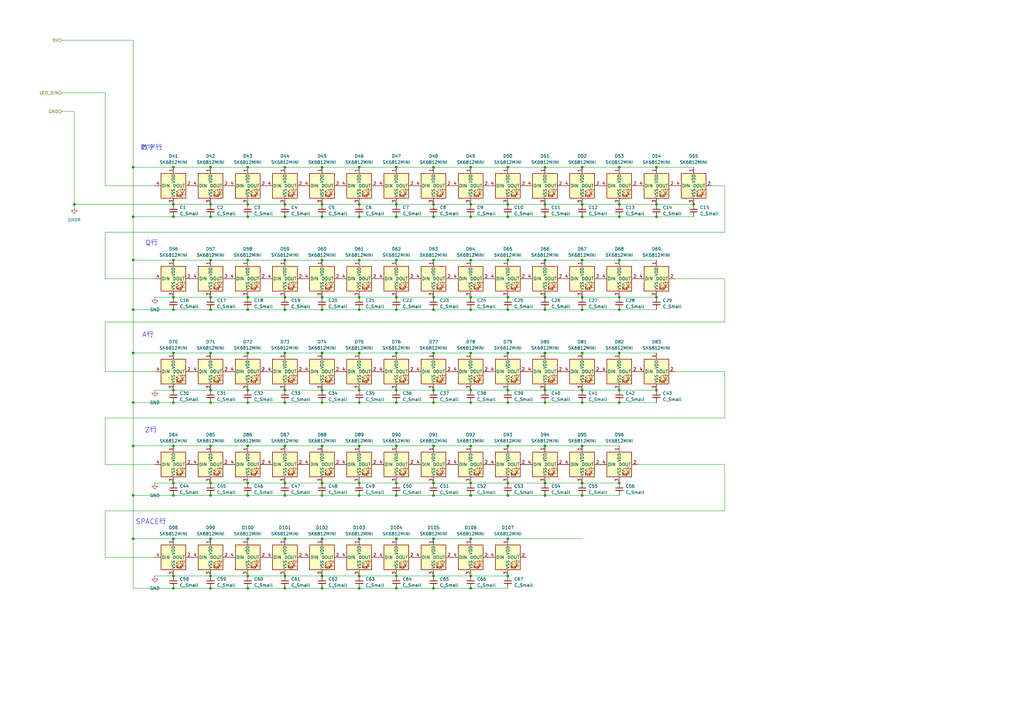
<source format=kicad_sch>
(kicad_sch (version 20250114) (generator "eeschema") (generator_version "9.0")
  (paper "A3")
  (lib_symbols
    (symbol "Device:C_Small" (pin_numbers (hide yes)) (pin_names (offset 0.254) (hide yes))
      (property "Reference" "C" (at 0.254 1.778 0))
      (property "Value" "C_Small" (at 0.254 -2.032 0))
      (symbol "C_Small_1_1"
        (pin passive line (at 0 2.54 270) (length 2.032) (name "~") (number "1"))
        (pin passive line (at 0 -2.54 90) (length 2.032) (name "~") (number "2"))
      )
    )
    (symbol "HF:SK6812mini-e" (pin_names (offset 0.254))
      (property "Reference" "D" (at 5.08 5.715 0))
      (property "Value" "SK6812mini-e" (at 1.27 -5.715 0))
      (symbol "SK6812mini-e_0_0"
        (text "RGB" (at 2.286 -4.191 0) (effects (font (size 0.762 0.762))))
      )
      (symbol "SK6812mini-e_1_1"
        (pin input line (at -7.62 0 0) (length 2.54) (name "DIN") (number "4"))
        (pin power_in line (at 0 7.62 270) (length 2.54) (name "VDD") (number "1"))
        (pin power_in line (at 0 -7.62 90) (length 2.54) (name "VSS") (number "3"))
        (pin output line (at 7.62 0 180) (length 2.54) (name "DOUT") (number "2"))
      )
    )
    (symbol "kbd:GNDR" (power) (pin_names (offset 0))
      (property "Value" "GNDR" (at 0 -3.81 0))
      (symbol "GNDR_1_1"
        (pin power_in line (at 0 0 270) (length 0) (hide yes) (name "GNDR") (number "1"))
      )
    )
    (symbol "power:GND" (power) (pin_numbers (hide yes)) (pin_names (offset 0) (hide yes))
      (property "Value" "GND" (at 0 -3.81 0))
      (symbol "GND_1_1"
        (pin power_in line (at 0 0 270) (length 0) (name "~") (number "1"))
      )
    )
  )
  (text "数字行" (at 62.23 60.706 0) (effects (font (size 2.032 2.032))))
  (text "Q行" (at 62.23 99.822 0) (effects (font (size 2.032 2.032))))
  (text "A行" (at 60.706 137.414 0) (effects (font (size 2.032 2.032))))
  (text "SPACE行" (at 61.976 214.122 0) (effects (font (size 2.032 2.032))))
  (text "Z行" (at 61.976 176.53 0) (effects (font (size 2.032 2.032))))
  (junction (at 238.76 203.2))
  (junction (at 101.6 198.12))
  (junction (at 177.8 198.12))
  (junction (at 132.08 236.22))
  (junction (at 132.08 165.1))
  (junction (at 162.56 241.3))
  (junction (at 71.12 236.22))
  (junction (at 101.6 68.58))
  (junction (at 269.24 68.58))
  (junction (at 162.56 160.02))
  (junction (at 101.6 83.82))
  (junction (at 147.32 220.98))
  (junction (at 132.08 160.02))
  (junction (at 132.08 198.12))
  (junction (at 54.61 182.88))
  (junction (at 208.28 203.2))
  (junction (at 71.12 165.1))
  (junction (at 147.32 121.92))
  (junction (at 116.84 160.02))
  (junction (at 116.84 203.2))
  (junction (at 116.84 198.12))
  (junction (at 54.61 203.2))
  (junction (at 177.8 83.82))
  (junction (at 238.76 182.88))
  (junction (at 177.8 144.78))
  (junction (at 193.04 121.92))
  (junction (at 193.04 68.58))
  (junction (at 223.52 83.82))
  (junction (at 208.28 236.22))
  (junction (at 208.28 68.58))
  (junction (at 71.12 121.92))
  (junction (at 238.76 88.9))
  (junction (at 162.56 121.92))
  (junction (at 132.08 106.68))
  (junction (at 177.8 220.98))
  (junction (at 116.84 220.98))
  (junction (at 71.12 203.2))
  (junction (at 147.32 182.88))
  (junction (at 116.84 88.9))
  (junction (at 147.32 68.58))
  (junction (at 101.6 241.3))
  (junction (at 116.84 106.68))
  (junction (at 162.56 236.22))
  (junction (at 193.04 88.9))
  (junction (at 101.6 165.1))
  (junction (at 254 144.78))
  (junction (at 86.36 83.82))
  (junction (at 177.8 236.22))
  (junction (at 193.04 241.3))
  (junction (at 238.76 121.92))
  (junction (at 177.8 106.68))
  (junction (at 132.08 68.58))
  (junction (at 238.76 160.02))
  (junction (at 177.8 88.9))
  (junction (at 208.28 106.68))
  (junction (at 101.6 127))
  (junction (at 54.61 220.98))
  (junction (at 254 127))
  (junction (at 177.8 121.92))
  (junction (at 116.84 127))
  (junction (at 254 68.58))
  (junction (at 147.32 127))
  (junction (at 54.61 144.78))
  (junction (at 223.52 88.9))
  (junction (at 223.52 160.02))
  (junction (at 147.32 88.9))
  (junction (at 71.12 220.98))
  (junction (at 116.84 144.78))
  (junction (at 101.6 182.88))
  (junction (at 223.52 144.78))
  (junction (at 30.48 83.82))
  (junction (at 54.61 68.58))
  (junction (at 193.04 127))
  (junction (at 238.76 106.68))
  (junction (at 132.08 144.78))
  (junction (at 132.08 121.92))
  (junction (at 177.8 127))
  (junction (at 101.6 106.68))
  (junction (at 86.36 241.3))
  (junction (at 254 106.68))
  (junction (at 162.56 68.58))
  (junction (at 132.08 203.2))
  (junction (at 223.52 198.12))
  (junction (at 177.8 160.02))
  (junction (at 101.6 220.98))
  (junction (at 54.61 88.9))
  (junction (at 162.56 198.12))
  (junction (at 162.56 88.9))
  (junction (at 116.84 165.1))
  (junction (at 116.84 241.3))
  (junction (at 71.12 106.68))
  (junction (at 223.52 127))
  (junction (at 162.56 144.78))
  (junction (at 132.08 182.88))
  (junction (at 223.52 121.92))
  (junction (at 86.36 203.2))
  (junction (at 101.6 203.2))
  (junction (at 101.6 121.92))
  (junction (at 147.32 203.2))
  (junction (at 86.36 106.68))
  (junction (at 71.12 127))
  (junction (at 193.04 83.82))
  (junction (at 193.04 165.1))
  (junction (at 147.32 198.12))
  (junction (at 238.76 144.78))
  (junction (at 71.12 160.02))
  (junction (at 269.24 121.92))
  (junction (at 238.76 198.12))
  (junction (at 71.12 83.82))
  (junction (at 269.24 88.9))
  (junction (at 193.04 236.22))
  (junction (at 147.32 144.78))
  (junction (at 223.52 106.68))
  (junction (at 86.36 160.02))
  (junction (at 132.08 241.3))
  (junction (at 177.8 182.88))
  (junction (at 254 198.12))
  (junction (at 162.56 165.1))
  (junction (at 269.24 160.02))
  (junction (at 132.08 83.82))
  (junction (at 238.76 83.82))
  (junction (at 116.84 121.92))
  (junction (at 238.76 127))
  (junction (at 162.56 182.88))
  (junction (at 193.04 160.02))
  (junction (at 254 160.02))
  (junction (at 116.84 83.82))
  (junction (at 177.8 165.1))
  (junction (at 71.12 198.12))
  (junction (at 101.6 88.9))
  (junction (at 86.36 127))
  (junction (at 132.08 88.9))
  (junction (at 162.56 220.98))
  (junction (at 162.56 127))
  (junction (at 116.84 236.22))
  (junction (at 193.04 182.88))
  (junction (at 147.32 165.1))
  (junction (at 269.24 83.82))
  (junction (at 86.36 144.78))
  (junction (at 223.52 68.58))
  (junction (at 162.56 203.2))
  (junction (at 147.32 236.22))
  (junction (at 86.36 220.98))
  (junction (at 101.6 236.22))
  (junction (at 254 165.1))
  (junction (at 193.04 106.68))
  (junction (at 71.12 241.3))
  (junction (at 284.48 83.82))
  (junction (at 71.12 88.9))
  (junction (at 147.32 106.68))
  (junction (at 86.36 198.12))
  (junction (at 208.28 88.9))
  (junction (at 254 88.9))
  (junction (at 177.8 241.3))
  (junction (at 193.04 144.78))
  (junction (at 86.36 88.9))
  (junction (at 116.84 182.88))
  (junction (at 223.52 182.88))
  (junction (at 193.04 203.2))
  (junction (at 54.61 165.1))
  (junction (at 132.08 127))
  (junction (at 162.56 83.82))
  (junction (at 71.12 144.78))
  (junction (at 208.28 198.12))
  (junction (at 223.52 165.1))
  (junction (at 193.04 220.98))
  (junction (at 86.36 236.22))
  (junction (at 101.6 144.78))
  (junction (at 177.8 203.2))
  (junction (at 177.8 68.58))
  (junction (at 162.56 106.68))
  (junction (at 238.76 165.1))
  (junction (at 208.28 127))
  (junction (at 147.32 241.3))
  (junction (at 147.32 83.82))
  (junction (at 208.28 160.02))
  (junction (at 193.04 198.12))
  (junction (at 208.28 144.78))
  (junction (at 223.52 203.2))
  (junction (at 86.36 182.88))
  (junction (at 208.28 165.1))
  (junction (at 54.61 127))
  (junction (at 208.28 220.98))
  (junction (at 86.36 121.92))
  (junction (at 208.28 121.92))
  (junction (at 147.32 160.02))
  (junction (at 71.12 182.88))
  (junction (at 254 121.92))
  (junction (at 116.84 68.58))
  (junction (at 254 83.82))
  (junction (at 86.36 165.1))
  (junction (at 208.28 182.88))
  (junction (at 54.61 106.68))
  (junction (at 238.76 68.58))
  (junction (at 101.6 160.02))
  (junction (at 208.28 83.82))
  (junction (at 132.08 220.98))
  (junction (at 71.12 68.58))
  (junction (at 86.36 68.58))
  (wire (pts (xy 101.6 127) (xy 116.84 127)))
  (wire (pts (xy 177.8 203.2) (xy 193.04 203.2)))
  (wire (pts (xy 63.5 152.4) (xy 43.18 152.4)))
  (wire (pts (xy 101.6 88.9) (xy 116.84 88.9)))
  (wire (pts (xy 43.18 114.3) (xy 63.5 114.3)))
  (wire (pts (xy 101.6 182.88) (xy 116.84 182.88)))
  (wire (pts (xy 254 106.68) (xy 269.24 106.68)))
  (wire (pts (xy 132.08 121.92) (xy 147.32 121.92)))
  (wire (pts (xy 71.12 198.12) (xy 86.36 198.12)))
  (wire (pts (xy 297.18 132.08) (xy 297.18 114.3)))
  (wire (pts (xy 116.84 220.98) (xy 132.08 220.98)))
  (wire (pts (xy 132.08 88.9) (xy 147.32 88.9)))
  (wire (pts (xy 208.28 106.68) (xy 223.52 106.68)))
  (wire (pts (xy 193.04 236.22) (xy 208.28 236.22)))
  (wire (pts (xy 147.32 144.78) (xy 162.56 144.78)))
  (wire (pts (xy 177.8 68.58) (xy 193.04 68.58)))
  (wire (pts (xy 101.6 83.82) (xy 116.84 83.82)))
  (wire (pts (xy 54.61 165.1) (xy 54.61 144.78)))
  (wire (pts (xy 147.32 198.12) (xy 162.56 198.12)))
  (wire (pts (xy 71.12 241.3) (xy 86.36 241.3)))
  (wire (pts (xy 54.61 127) (xy 71.12 127)))
  (wire (pts (xy 86.36 236.22) (xy 101.6 236.22)))
  (wire (pts (xy 269.24 68.58) (xy 284.48 68.58)))
  (wire (pts (xy 71.12 144.78) (xy 86.36 144.78)))
  (wire (pts (xy 116.84 106.68) (xy 132.08 106.68)))
  (wire (pts (xy 208.28 88.9) (xy 223.52 88.9)))
  (wire (pts (xy 116.84 182.88) (xy 132.08 182.88)))
  (wire (pts (xy 116.84 68.58) (xy 132.08 68.58)))
  (wire (pts (xy 162.56 236.22) (xy 177.8 236.22)))
  (wire (pts (xy 147.32 165.1) (xy 162.56 165.1)))
  (wire (pts (xy 116.84 198.12) (xy 132.08 198.12)))
  (wire (pts (xy 193.04 83.82) (xy 208.28 83.82)))
  (wire (pts (xy 86.36 160.02) (xy 101.6 160.02)))
  (wire (pts (xy 193.04 127) (xy 208.28 127)))
  (wire (pts (xy 297.18 152.4) (xy 297.18 171.45)))
  (wire (pts (xy 116.84 121.92) (xy 132.08 121.92)))
  (wire (pts (xy 54.61 144.78) (xy 54.61 127)))
  (wire (pts (xy 71.12 68.58) (xy 86.36 68.58)))
  (wire (pts (xy 116.84 236.22) (xy 132.08 236.22)))
  (wire (pts (xy 43.18 209.55) (xy 43.18 228.6)))
  (wire (pts (xy 193.04 160.02) (xy 208.28 160.02)))
  (wire (pts (xy 223.52 121.92) (xy 238.76 121.92)))
  (wire (pts (xy 147.32 121.92) (xy 162.56 121.92)))
  (wire (pts (xy 43.18 38.1) (xy 43.18 76.2)))
  (wire (pts (xy 101.6 220.98) (xy 116.84 220.98)))
  (wire (pts (xy 71.12 220.98) (xy 86.36 220.98)))
  (wire (pts (xy 193.04 198.12) (xy 208.28 198.12)))
  (wire (pts (xy 147.32 236.22) (xy 162.56 236.22)))
  (wire (pts (xy 54.61 106.68) (xy 54.61 88.9)))
  (wire (pts (xy 238.76 198.12) (xy 254 198.12)))
  (wire (pts (xy 193.04 220.98) (xy 208.28 220.98)))
  (wire (pts (xy 162.56 68.58) (xy 177.8 68.58)))
  (wire (pts (xy 162.56 88.9) (xy 177.8 88.9)))
  (wire (pts (xy 101.6 121.92) (xy 116.84 121.92)))
  (wire (pts (xy 86.36 68.58) (xy 101.6 68.58)))
  (wire (pts (xy 132.08 144.78) (xy 147.32 144.78)))
  (wire (pts (xy 223.52 198.12) (xy 238.76 198.12)))
  (wire (pts (xy 30.48 83.82) (xy 71.12 83.82)))
  (wire (pts (xy 101.6 106.68) (xy 116.84 106.68)))
  (wire (pts (xy 71.12 236.22) (xy 86.36 236.22)))
  (wire (pts (xy 43.18 76.2) (xy 63.5 76.2)))
  (wire (pts (xy 147.32 160.02) (xy 162.56 160.02)))
  (wire (pts (xy 193.04 121.92) (xy 208.28 121.92)))
  (wire (pts (xy 116.84 203.2) (xy 132.08 203.2)))
  (wire (pts (xy 147.32 106.68) (xy 162.56 106.68)))
  (wire (pts (xy 238.76 106.68) (xy 254 106.68)))
  (wire (pts (xy 116.84 160.02) (xy 132.08 160.02)))
  (wire (pts (xy 177.8 198.12) (xy 193.04 198.12)))
  (wire (pts (xy 71.12 127) (xy 86.36 127)))
  (wire (pts (xy 54.61 16.51) (xy 54.61 68.58)))
  (wire (pts (xy 238.76 160.02) (xy 254 160.02)))
  (wire (pts (xy 297.18 76.2) (xy 297.18 95.25)))
  (wire (pts (xy 101.6 144.78) (xy 116.84 144.78)))
  (wire (pts (xy 147.32 241.3) (xy 162.56 241.3)))
  (wire (pts (xy 177.8 88.9) (xy 193.04 88.9)))
  (wire (pts (xy 223.52 160.02) (xy 238.76 160.02)))
  (wire (pts (xy 193.04 165.1) (xy 208.28 165.1)))
  (wire (pts (xy 63.5 121.92) (xy 71.12 121.92)))
  (wire (pts (xy 238.76 127) (xy 254 127)))
  (wire (pts (xy 132.08 198.12) (xy 147.32 198.12)))
  (wire (pts (xy 208.28 83.82) (xy 223.52 83.82)))
  (wire (pts (xy 238.76 83.82) (xy 254 83.82)))
  (wire (pts (xy 54.61 220.98) (xy 54.61 203.2)))
  (wire (pts (xy 86.36 106.68) (xy 101.6 106.68)))
  (wire (pts (xy 86.36 88.9) (xy 101.6 88.9)))
  (wire (pts (xy 43.18 171.45) (xy 43.18 190.5)))
  (wire (pts (xy 223.52 203.2) (xy 238.76 203.2)))
  (wire (pts (xy 86.36 127) (xy 101.6 127)))
  (wire (pts (xy 208.28 127) (xy 223.52 127)))
  (wire (pts (xy 177.8 144.78) (xy 193.04 144.78)))
  (wire (pts (xy 43.18 228.6) (xy 63.5 228.6)))
  (wire (pts (xy 208.28 121.92) (xy 223.52 121.92)))
  (wire (pts (xy 177.8 220.98) (xy 193.04 220.98)))
  (wire (pts (xy 30.48 45.72) (xy 25.4 45.72)))
  (wire (pts (xy 54.61 203.2) (xy 71.12 203.2)))
  (wire (pts (xy 193.04 203.2) (xy 208.28 203.2)))
  (wire (pts (xy 71.12 106.68) (xy 86.36 106.68)))
  (wire (pts (xy 54.61 220.98) (xy 71.12 220.98)))
  (wire (pts (xy 101.6 241.3) (xy 116.84 241.3)))
  (wire (pts (xy 71.12 121.92) (xy 86.36 121.92)))
  (wire (pts (xy 177.8 121.92) (xy 193.04 121.92)))
  (wire (pts (xy 238.76 203.2) (xy 254 203.2)))
  (wire (pts (xy 71.12 160.02) (xy 86.36 160.02)))
  (wire (pts (xy 63.5 236.22) (xy 71.12 236.22)))
  (wire (pts (xy 43.18 95.25) (xy 43.18 114.3)))
  (wire (pts (xy 254 160.02) (xy 269.24 160.02)))
  (wire (pts (xy 86.36 220.98) (xy 101.6 220.98)))
  (wire (pts (xy 147.32 203.2) (xy 162.56 203.2)))
  (wire (pts (xy 238.76 144.78) (xy 254 144.78)))
  (wire (pts (xy 269.24 88.9) (xy 284.48 88.9)))
  (wire (pts (xy 101.6 165.1) (xy 116.84 165.1)))
  (wire (pts (xy 147.32 88.9) (xy 162.56 88.9)))
  (wire (pts (xy 132.08 182.88) (xy 147.32 182.88)))
  (wire (pts (xy 54.61 88.9) (xy 71.12 88.9)))
  (wire (pts (xy 223.52 165.1) (xy 238.76 165.1)))
  (wire (pts (xy 116.84 165.1) (xy 132.08 165.1)))
  (wire (pts (xy 54.61 106.68) (xy 71.12 106.68)))
  (wire (pts (xy 162.56 241.3) (xy 177.8 241.3)))
  (wire (pts (xy 132.08 241.3) (xy 147.32 241.3)))
  (wire (pts (xy 177.8 182.88) (xy 193.04 182.88)))
  (wire (pts (xy 71.12 165.1) (xy 86.36 165.1)))
  (wire (pts (xy 132.08 236.22) (xy 147.32 236.22)))
  (wire (pts (xy 177.8 83.82) (xy 193.04 83.82)))
  (wire (pts (xy 132.08 160.02) (xy 147.32 160.02)))
  (wire (pts (xy 162.56 121.92) (xy 177.8 121.92)))
  (wire (pts (xy 223.52 144.78) (xy 238.76 144.78)))
  (wire (pts (xy 30.48 85.09) (xy 30.48 83.82)))
  (wire (pts (xy 276.86 152.4) (xy 297.18 152.4)))
  (wire (pts (xy 147.32 83.82) (xy 162.56 83.82)))
  (wire (pts (xy 71.12 203.2) (xy 86.36 203.2)))
  (wire (pts (xy 71.12 182.88) (xy 86.36 182.88)))
  (wire (pts (xy 132.08 127) (xy 147.32 127)))
  (wire (pts (xy 223.52 106.68) (xy 238.76 106.68)))
  (wire (pts (xy 162.56 127) (xy 177.8 127)))
  (wire (pts (xy 162.56 83.82) (xy 177.8 83.82)))
  (wire (pts (xy 254 165.1) (xy 269.24 165.1)))
  (wire (pts (xy 254 83.82) (xy 269.24 83.82)))
  (wire (pts (xy 193.04 241.3) (xy 208.28 241.3)))
  (wire (pts (xy 54.61 144.78) (xy 71.12 144.78)))
  (wire (pts (xy 54.61 203.2) (xy 54.61 182.88)))
  (wire (pts (xy 208.28 160.02) (xy 223.52 160.02)))
  (wire (pts (xy 147.32 68.58) (xy 162.56 68.58)))
  (wire (pts (xy 208.28 165.1) (xy 223.52 165.1)))
  (wire (pts (xy 162.56 203.2) (xy 177.8 203.2)))
  (wire (pts (xy 162.56 220.98) (xy 177.8 220.98)))
  (wire (pts (xy 162.56 106.68) (xy 177.8 106.68)))
  (wire (pts (xy 162.56 182.88) (xy 177.8 182.88)))
  (wire (pts (xy 193.04 88.9) (xy 208.28 88.9)))
  (wire (pts (xy 177.8 236.22) (xy 193.04 236.22)))
  (wire (pts (xy 223.52 88.9) (xy 238.76 88.9)))
  (wire (pts (xy 43.18 190.5) (xy 63.5 190.5)))
  (wire (pts (xy 43.18 152.4) (xy 43.18 132.08)))
  (wire (pts (xy 54.61 127) (xy 54.61 106.68)))
  (wire (pts (xy 54.61 68.58) (xy 71.12 68.58)))
  (wire (pts (xy 297.18 171.45) (xy 43.18 171.45)))
  (wire (pts (xy 177.8 160.02) (xy 193.04 160.02)))
  (wire (pts (xy 71.12 241.3) (xy 54.61 241.3)))
  (wire (pts (xy 208.28 203.2) (xy 223.52 203.2)))
  (wire (pts (xy 116.84 144.78) (xy 132.08 144.78)))
  (wire (pts (xy 238.76 182.88) (xy 254 182.88)))
  (wire (pts (xy 147.32 127) (xy 162.56 127)))
  (wire (pts (xy 54.61 182.88) (xy 71.12 182.88)))
  (wire (pts (xy 297.18 95.25) (xy 43.18 95.25)))
  (wire (pts (xy 238.76 68.58) (xy 254 68.58)))
  (wire (pts (xy 162.56 198.12) (xy 177.8 198.12)))
  (wire (pts (xy 208.28 220.98) (xy 238.76 220.98)))
  (wire (pts (xy 132.08 68.58) (xy 147.32 68.58)))
  (wire (pts (xy 101.6 160.02) (xy 116.84 160.02)))
  (wire (pts (xy 116.84 127) (xy 132.08 127)))
  (wire (pts (xy 132.08 83.82) (xy 147.32 83.82)))
  (wire (pts (xy 238.76 88.9) (xy 254 88.9)))
  (wire (pts (xy 147.32 220.98) (xy 162.56 220.98)))
  (wire (pts (xy 30.48 83.82) (xy 30.48 45.72)))
  (wire (pts (xy 86.36 165.1) (xy 101.6 165.1)))
  (wire (pts (xy 101.6 198.12) (xy 116.84 198.12)))
  (wire (pts (xy 177.8 127) (xy 193.04 127)))
  (wire (pts (xy 238.76 165.1) (xy 254 165.1)))
  (wire (pts (xy 193.04 106.68) (xy 208.28 106.68)))
  (wire (pts (xy 208.28 182.88) (xy 223.52 182.88)))
  (wire (pts (xy 25.4 38.1) (xy 43.18 38.1)))
  (wire (pts (xy 86.36 182.88) (xy 101.6 182.88)))
  (wire (pts (xy 116.84 88.9) (xy 132.08 88.9)))
  (wire (pts (xy 223.52 68.58) (xy 238.76 68.58)))
  (wire (pts (xy 254 88.9) (xy 269.24 88.9)))
  (wire (pts (xy 162.56 165.1) (xy 177.8 165.1)))
  (wire (pts (xy 43.18 132.08) (xy 297.18 132.08)))
  (wire (pts (xy 254 144.78) (xy 269.24 144.78)))
  (wire (pts (xy 116.84 83.82) (xy 132.08 83.82)))
  (wire (pts (xy 63.5 160.02) (xy 71.12 160.02)))
  (wire (pts (xy 101.6 68.58) (xy 116.84 68.58)))
  (wire (pts (xy 238.76 121.92) (xy 254 121.92)))
  (wire (pts (xy 269.24 83.82) (xy 284.48 83.82)))
  (wire (pts (xy 54.61 88.9) (xy 54.61 68.58)))
  (wire (pts (xy 297.18 114.3) (xy 276.86 114.3)))
  (wire (pts (xy 223.52 83.82) (xy 238.76 83.82)))
  (wire (pts (xy 177.8 106.68) (xy 193.04 106.68)))
  (wire (pts (xy 193.04 182.88) (xy 208.28 182.88)))
  (wire (pts (xy 86.36 203.2) (xy 101.6 203.2)))
  (wire (pts (xy 261.62 190.5) (xy 297.18 190.5)))
  (wire (pts (xy 116.84 241.3) (xy 132.08 241.3)))
  (wire (pts (xy 297.18 190.5) (xy 297.18 209.55)))
  (wire (pts (xy 147.32 182.88) (xy 162.56 182.88)))
  (wire (pts (xy 132.08 106.68) (xy 147.32 106.68)))
  (wire (pts (xy 101.6 203.2) (xy 116.84 203.2)))
  (wire (pts (xy 25.4 16.51) (xy 54.61 16.51)))
  (wire (pts (xy 208.28 144.78) (xy 223.52 144.78)))
  (wire (pts (xy 254 127) (xy 269.24 127)))
  (wire (pts (xy 54.61 241.3) (xy 54.61 220.98)))
  (wire (pts (xy 132.08 220.98) (xy 147.32 220.98)))
  (wire (pts (xy 297.18 209.55) (xy 43.18 209.55)))
  (wire (pts (xy 208.28 198.12) (xy 223.52 198.12)))
  (wire (pts (xy 86.36 198.12) (xy 101.6 198.12)))
  (wire (pts (xy 223.52 182.88) (xy 238.76 182.88)))
  (wire (pts (xy 86.36 83.82) (xy 101.6 83.82)))
  (wire (pts (xy 71.12 83.82) (xy 86.36 83.82)))
  (wire (pts (xy 177.8 241.3) (xy 193.04 241.3)))
  (wire (pts (xy 208.28 68.58) (xy 223.52 68.58)))
  (wire (pts (xy 193.04 68.58) (xy 208.28 68.58)))
  (wire (pts (xy 177.8 165.1) (xy 193.04 165.1)))
  (wire (pts (xy 101.6 236.22) (xy 116.84 236.22)))
  (wire (pts (xy 86.36 144.78) (xy 101.6 144.78)))
  (wire (pts (xy 254 121.92) (xy 269.24 121.92)))
  (wire (pts (xy 71.12 88.9) (xy 86.36 88.9)))
  (wire (pts (xy 132.08 165.1) (xy 147.32 165.1)))
  (wire (pts (xy 162.56 160.02) (xy 177.8 160.02)))
  (wire (pts (xy 54.61 182.88) (xy 54.61 165.1)))
  (wire (pts (xy 223.52 127) (xy 238.76 127)))
  (wire (pts (xy 54.61 165.1) (xy 71.12 165.1)))
  (wire (pts (xy 193.04 144.78) (xy 208.28 144.78)))
  (wire (pts (xy 162.56 144.78) (xy 177.8 144.78)))
  (wire (pts (xy 292.1 76.2) (xy 297.18 76.2)))
  (wire (pts (xy 86.36 241.3) (xy 101.6 241.3)))
  (wire (pts (xy 86.36 121.92) (xy 101.6 121.92)))
  (wire (pts (xy 132.08 203.2) (xy 147.32 203.2)))
  (wire (pts (xy 254 68.58) (xy 269.24 68.58)))
  (wire (pts (xy 63.5 198.12) (xy 71.12 198.12)))
  (hierarchical_label "GND" (shape input) (at 25.4 45.72 180))
  (hierarchical_label "LED_DIN" (shape input) (at 25.4 38.1 180))
  (hierarchical_label "5V" (shape input) (at 25.4 16.51 180))
  (symbol (lib_id "HF:SK6812mini-e") (at 116.84 152.4 0) (unit 1)
    (property "Reference" "D73" (at 116.84 140.208 0))
    (property "Value" "SK6812MINI" (at 116.84 142.748 0))
    (property "Footprint" "HF:YS-SK6812MINI-E" (effects (hide yes)))
    (property "Datasheet" "https://cdn-shop.adafruit.com/product-files/2686/SK6812MINI_REV.01-1-2.pdf" (effects (hide yes)))
    (property "Description" "RGB LED with integrated controller" (effects (hide yes)))
  )
  (symbol (lib_id "HF:SK6812mini-e") (at 162.56 228.6 0) (unit 1)
    (property "Reference" "D104" (at 162.56 216.408 0))
    (property "Value" "SK6812MINI" (at 162.56 218.948 0))
    (property "Footprint" "HF:YS-SK6812MINI-E" (effects (hide yes)))
    (property "Datasheet" "https://cdn-shop.adafruit.com/product-files/2686/SK6812MINI_REV.01-1-2.pdf" (effects (hide yes)))
    (property "Description" "RGB LED with integrated controller" (effects (hide yes)))
  )
  (symbol (lib_id "Device:C_Small") (at 193.04 200.66 0) (unit 1)
    (property "Reference" "C52" (at 195.58 199.3962 0) (effects (justify left)))
    (property "Value" "C_Small" (at 195.58 201.9362 0) (effects (justify left)))
    (property "Footprint" "Capacitor_SMD:C_0805_2012Metric" (effects (hide yes)))
    (property "Description" "Unpolarized capacitor, small symbol" (effects (hide yes)))
  )
  (symbol (lib_id "HF:SK6812mini-e") (at 101.6 76.2 0) (unit 1)
    (property "Reference" "D43" (at 101.6 64.008 0))
    (property "Value" "SK6812MINI" (at 101.6 66.548 0))
    (property "Footprint" "HF:YS-SK6812MINI-E" (effects (hide yes)))
    (property "Datasheet" "https://cdn-shop.adafruit.com/product-files/2686/SK6812MINI_REV.01-1-2.pdf" (effects (hide yes)))
    (property "Description" "RGB LED with integrated controller" (effects (hide yes)))
  )
  (symbol (lib_id "power:GND") (at 63.5 198.12 0) (unit 1)
    (property "Reference" "#PWR013" (effects (hide yes)))
    (property "Value" "GND" (at 63.5 203.2 0))
    (property "Description" "Power symbol creates a global label with name \"GND\" , ground" (effects (hide yes)))
  )
  (symbol (lib_id "Device:C_Small") (at 238.76 86.36 0) (unit 1)
    (property "Reference" "C12" (at 241.3 85.0962 0) (effects (justify left)))
    (property "Value" "C_Small" (at 241.3 87.6362 0) (effects (justify left)))
    (property "Footprint" "Capacitor_SMD:C_0805_2012Metric" (effects (hide yes)))
    (property "Description" "Unpolarized capacitor, small symbol" (effects (hide yes)))
  )
  (symbol (lib_id "Device:C_Small") (at 223.52 162.56 0) (unit 1)
    (property "Reference" "C40" (at 226.06 161.2962 0) (effects (justify left)))
    (property "Value" "C_Small" (at 226.06 163.8362 0) (effects (justify left)))
    (property "Footprint" "Capacitor_SMD:C_0805_2012Metric" (effects (hide yes)))
    (property "Description" "Unpolarized capacitor, small symbol" (effects (hide yes)))
  )
  (symbol (lib_id "Device:C_Small") (at 162.56 238.76 0) (unit 1)
    (property "Reference" "C64" (at 165.1 237.4962 0) (effects (justify left)))
    (property "Value" "C_Small" (at 165.1 240.0362 0) (effects (justify left)))
    (property "Footprint" "Capacitor_SMD:C_0805_2012Metric" (effects (hide yes)))
    (property "Description" "Unpolarized capacitor, small symbol" (effects (hide yes)))
  )
  (symbol (lib_id "HF:SK6812mini-e") (at 193.04 190.5 0) (unit 1)
    (property "Reference" "D92" (at 193.04 178.308 0))
    (property "Value" "SK6812MINI" (at 193.04 180.848 0))
    (property "Footprint" "HF:YS-SK6812MINI-E" (effects (hide yes)))
    (property "Datasheet" "https://cdn-shop.adafruit.com/product-files/2686/SK6812MINI_REV.01-1-2.pdf" (effects (hide yes)))
    (property "Description" "RGB LED with integrated controller" (effects (hide yes)))
  )
  (symbol (lib_id "Device:C_Small") (at 101.6 162.56 0) (unit 1)
    (property "Reference" "C32" (at 104.14 161.2962 0) (effects (justify left)))
    (property "Value" "C_Small" (at 104.14 163.8362 0) (effects (justify left)))
    (property "Footprint" "Capacitor_SMD:C_0805_2012Metric" (effects (hide yes)))
    (property "Description" "Unpolarized capacitor, small symbol" (effects (hide yes)))
  )
  (symbol (lib_id "Device:C_Small") (at 71.12 200.66 0) (unit 1)
    (property "Reference" "C44" (at 73.66 199.3962 0) (effects (justify left)))
    (property "Value" "C_Small" (at 73.66 201.9362 0) (effects (justify left)))
    (property "Footprint" "Capacitor_SMD:C_0805_2012Metric" (effects (hide yes)))
    (property "Description" "Unpolarized capacitor, small symbol" (effects (hide yes)))
  )
  (symbol (lib_id "Device:C_Small") (at 193.04 124.46 0) (unit 1)
    (property "Reference" "C24" (at 195.58 123.1962 0) (effects (justify left)))
    (property "Value" "C_Small" (at 195.58 125.7362 0) (effects (justify left)))
    (property "Footprint" "Capacitor_SMD:C_0805_2012Metric" (effects (hide yes)))
    (property "Description" "Unpolarized capacitor, small symbol" (effects (hide yes)))
  )
  (symbol (lib_id "HF:SK6812mini-e") (at 269.24 76.2 0) (unit 1)
    (property "Reference" "D54" (at 269.24 64.008 0))
    (property "Value" "SK6812MINI" (at 269.24 66.548 0))
    (property "Footprint" "HF:YS-SK6812MINI-E" (effects (hide yes)))
    (property "Datasheet" "https://cdn-shop.adafruit.com/product-files/2686/SK6812MINI_REV.01-1-2.pdf" (effects (hide yes)))
    (property "Description" "RGB LED with integrated controller" (effects (hide yes)))
  )
  (symbol (lib_id "HF:SK6812mini-e") (at 254 114.3 0) (unit 1)
    (property "Reference" "D68" (at 254 102.108 0))
    (property "Value" "SK6812MINI" (at 254 104.648 0))
    (property "Footprint" "HF:YS-SK6812MINI-E" (effects (hide yes)))
    (property "Datasheet" "https://cdn-shop.adafruit.com/product-files/2686/SK6812MINI_REV.01-1-2.pdf" (effects (hide yes)))
    (property "Description" "RGB LED with integrated controller" (effects (hide yes)))
  )
  (symbol (lib_id "HF:SK6812mini-e") (at 101.6 114.3 0) (unit 1)
    (property "Reference" "D58" (at 101.6 102.108 0))
    (property "Value" "SK6812MINI" (at 101.6 104.648 0))
    (property "Footprint" "HF:YS-SK6812MINI-E" (effects (hide yes)))
    (property "Datasheet" "https://cdn-shop.adafruit.com/product-files/2686/SK6812MINI_REV.01-1-2.pdf" (effects (hide yes)))
    (property "Description" "RGB LED with integrated controller" (effects (hide yes)))
  )
  (symbol (lib_id "HF:SK6812mini-e") (at 101.6 228.6 0) (unit 1)
    (property "Reference" "D100" (at 101.6 216.408 0))
    (property "Value" "SK6812MINI" (at 101.6 218.948 0))
    (property "Footprint" "HF:YS-SK6812MINI-E" (effects (hide yes)))
    (property "Datasheet" "https://cdn-shop.adafruit.com/product-files/2686/SK6812MINI_REV.01-1-2.pdf" (effects (hide yes)))
    (property "Description" "RGB LED with integrated controller" (effects (hide yes)))
  )
  (symbol (lib_id "Device:C_Small") (at 208.28 238.76 0) (unit 1)
    (property "Reference" "C67" (at 210.82 237.4962 0) (effects (justify left)))
    (property "Value" "C_Small" (at 210.82 240.0362 0) (effects (justify left)))
    (property "Footprint" "Capacitor_SMD:C_0805_2012Metric" (effects (hide yes)))
    (property "Description" "Unpolarized capacitor, small symbol" (effects (hide yes)))
  )
  (symbol (lib_id "Device:C_Small") (at 132.08 162.56 0) (unit 1)
    (property "Reference" "C34" (at 134.62 161.2962 0) (effects (justify left)))
    (property "Value" "C_Small" (at 134.62 163.8362 0) (effects (justify left)))
    (property "Footprint" "Capacitor_SMD:C_0805_2012Metric" (effects (hide yes)))
    (property "Description" "Unpolarized capacitor, small symbol" (effects (hide yes)))
  )
  (symbol (lib_id "Device:C_Small") (at 208.28 124.46 0) (unit 1)
    (property "Reference" "C25" (at 210.82 123.1962 0) (effects (justify left)))
    (property "Value" "C_Small" (at 210.82 125.7362 0) (effects (justify left)))
    (property "Footprint" "Capacitor_SMD:C_0805_2012Metric" (effects (hide yes)))
    (property "Description" "Unpolarized capacitor, small symbol" (effects (hide yes)))
  )
  (symbol (lib_id "Device:C_Small") (at 116.84 162.56 0) (unit 1)
    (property "Reference" "C33" (at 119.38 161.2962 0) (effects (justify left)))
    (property "Value" "C_Small" (at 119.38 163.8362 0) (effects (justify left)))
    (property "Footprint" "Capacitor_SMD:C_0805_2012Metric" (effects (hide yes)))
    (property "Description" "Unpolarized capacitor, small symbol" (effects (hide yes)))
  )
  (symbol (lib_id "kbd:GNDR") (at 30.48 85.09 0) (unit 1)
    (property "Reference" "#PWR010" (effects (hide yes)))
    (property "Value" "GNDR" (at 30.48 90.17 0))
    (property "Description" "Power symbol creates a global label with name \"GND\" , ground" (effects (hide yes)))
  )
  (symbol (lib_id "Device:C_Small") (at 147.32 238.76 0) (unit 1)
    (property "Reference" "C63" (at 149.86 237.4962 0) (effects (justify left)))
    (property "Value" "C_Small" (at 149.86 240.0362 0) (effects (justify left)))
    (property "Footprint" "Capacitor_SMD:C_0805_2012Metric" (effects (hide yes)))
    (property "Description" "Unpolarized capacitor, small symbol" (effects (hide yes)))
  )
  (symbol (lib_id "Device:C_Small") (at 162.56 162.56 0) (unit 1)
    (property "Reference" "C36" (at 165.1 161.2962 0) (effects (justify left)))
    (property "Value" "C_Small" (at 165.1 163.8362 0) (effects (justify left)))
    (property "Footprint" "Capacitor_SMD:C_0805_2012Metric" (effects (hide yes)))
    (property "Description" "Unpolarized capacitor, small symbol" (effects (hide yes)))
  )
  (symbol (lib_id "HF:SK6812mini-e") (at 223.52 76.2 0) (unit 1)
    (property "Reference" "D51" (at 223.52 64.008 0))
    (property "Value" "SK6812MINI" (at 223.52 66.548 0))
    (property "Footprint" "HF:YS-SK6812MINI-E" (effects (hide yes)))
    (property "Datasheet" "https://cdn-shop.adafruit.com/product-files/2686/SK6812MINI_REV.01-1-2.pdf" (effects (hide yes)))
    (property "Description" "RGB LED with integrated controller" (effects (hide yes)))
  )
  (symbol (lib_id "HF:SK6812mini-e") (at 208.28 76.2 0) (unit 1)
    (property "Reference" "D50" (at 208.28 64.008 0))
    (property "Value" "SK6812MINI" (at 208.28 66.548 0))
    (property "Footprint" "HF:YS-SK6812MINI-E" (effects (hide yes)))
    (property "Datasheet" "https://cdn-shop.adafruit.com/product-files/2686/SK6812MINI_REV.01-1-2.pdf" (effects (hide yes)))
    (property "Description" "RGB LED with integrated controller" (effects (hide yes)))
  )
  (symbol (lib_id "HF:SK6812mini-e") (at 86.36 228.6 0) (unit 1)
    (property "Reference" "D99" (at 86.36 216.408 0))
    (property "Value" "SK6812MINI" (at 86.36 218.948 0))
    (property "Footprint" "HF:YS-SK6812MINI-E" (effects (hide yes)))
    (property "Datasheet" "https://cdn-shop.adafruit.com/product-files/2686/SK6812MINI_REV.01-1-2.pdf" (effects (hide yes)))
    (property "Description" "RGB LED with integrated controller" (effects (hide yes)))
  )
  (symbol (lib_id "HF:SK6812mini-e") (at 147.32 228.6 0) (unit 1)
    (property "Reference" "D103" (at 147.32 216.408 0))
    (property "Value" "SK6812MINI" (at 147.32 218.948 0))
    (property "Footprint" "HF:YS-SK6812MINI-E" (effects (hide yes)))
    (property "Datasheet" "https://cdn-shop.adafruit.com/product-files/2686/SK6812MINI_REV.01-1-2.pdf" (effects (hide yes)))
    (property "Description" "RGB LED with integrated controller" (effects (hide yes)))
  )
  (symbol (lib_id "Device:C_Small") (at 101.6 124.46 0) (unit 1)
    (property "Reference" "C18" (at 104.14 123.1962 0) (effects (justify left)))
    (property "Value" "C_Small" (at 104.14 125.7362 0) (effects (justify left)))
    (property "Footprint" "Capacitor_SMD:C_0805_2012Metric" (effects (hide yes)))
    (property "Description" "Unpolarized capacitor, small symbol" (effects (hide yes)))
  )
  (symbol (lib_id "Device:C_Small") (at 101.6 200.66 0) (unit 1)
    (property "Reference" "C46" (at 104.14 199.3962 0) (effects (justify left)))
    (property "Value" "C_Small" (at 104.14 201.9362 0) (effects (justify left)))
    (property "Footprint" "Capacitor_SMD:C_0805_2012Metric" (effects (hide yes)))
    (property "Description" "Unpolarized capacitor, small symbol" (effects (hide yes)))
  )
  (symbol (lib_id "HF:SK6812mini-e") (at 177.8 76.2 0) (unit 1)
    (property "Reference" "D48" (at 177.8 64.008 0))
    (property "Value" "SK6812MINI" (at 177.8 66.548 0))
    (property "Footprint" "HF:YS-SK6812MINI-E" (effects (hide yes)))
    (property "Datasheet" "https://cdn-shop.adafruit.com/product-files/2686/SK6812MINI_REV.01-1-2.pdf" (effects (hide yes)))
    (property "Description" "RGB LED with integrated controller" (effects (hide yes)))
  )
  (symbol (lib_id "Device:C_Small") (at 269.24 124.46 0) (unit 1)
    (property "Reference" "C29" (at 271.78 123.1962 0) (effects (justify left)))
    (property "Value" "C_Small" (at 271.78 125.7362 0) (effects (justify left)))
    (property "Footprint" "Capacitor_SMD:C_0805_2012Metric" (effects (hide yes)))
    (property "Description" "Unpolarized capacitor, small symbol" (effects (hide yes)))
  )
  (symbol (lib_id "HF:SK6812mini-e") (at 162.56 190.5 0) (unit 1)
    (property "Reference" "D90" (at 162.56 178.308 0))
    (property "Value" "SK6812MINI" (at 162.56 180.848 0))
    (property "Footprint" "HF:YS-SK6812MINI-E" (effects (hide yes)))
    (property "Datasheet" "https://cdn-shop.adafruit.com/product-files/2686/SK6812MINI_REV.01-1-2.pdf" (effects (hide yes)))
    (property "Description" "RGB LED with integrated controller" (effects (hide yes)))
  )
  (symbol (lib_id "Device:C_Small") (at 86.36 238.76 0) (unit 1)
    (property "Reference" "C59" (at 88.9 237.4962 0) (effects (justify left)))
    (property "Value" "C_Small" (at 88.9 240.0362 0) (effects (justify left)))
    (property "Footprint" "Capacitor_SMD:C_0805_2012Metric" (effects (hide yes)))
    (property "Description" "Unpolarized capacitor, small symbol" (effects (hide yes)))
  )
  (symbol (lib_id "Device:C_Small") (at 223.52 86.36 0) (unit 1)
    (property "Reference" "C11" (at 226.06 85.0962 0) (effects (justify left)))
    (property "Value" "C_Small" (at 226.06 87.6362 0) (effects (justify left)))
    (property "Footprint" "Capacitor_SMD:C_0805_2012Metric" (effects (hide yes)))
    (property "Description" "Unpolarized capacitor, small symbol" (effects (hide yes)))
  )
  (symbol (lib_id "HF:SK6812mini-e") (at 86.36 152.4 0) (unit 1)
    (property "Reference" "D71" (at 86.36 140.208 0))
    (property "Value" "SK6812MINI" (at 86.36 142.748 0))
    (property "Footprint" "HF:YS-SK6812MINI-E" (effects (hide yes)))
    (property "Datasheet" "https://cdn-shop.adafruit.com/product-files/2686/SK6812MINI_REV.01-1-2.pdf" (effects (hide yes)))
    (property "Description" "RGB LED with integrated controller" (effects (hide yes)))
  )
  (symbol (lib_id "HF:SK6812mini-e") (at 116.84 190.5 0) (unit 1)
    (property "Reference" "D87" (at 116.84 178.308 0))
    (property "Value" "SK6812MINI" (at 116.84 180.848 0))
    (property "Footprint" "HF:YS-SK6812MINI-E" (effects (hide yes)))
    (property "Datasheet" "https://cdn-shop.adafruit.com/product-files/2686/SK6812MINI_REV.01-1-2.pdf" (effects (hide yes)))
    (property "Description" "RGB LED with integrated controller" (effects (hide yes)))
  )
  (symbol (lib_id "Device:C_Small") (at 238.76 124.46 0) (unit 1)
    (property "Reference" "C27" (at 241.3 123.1962 0) (effects (justify left)))
    (property "Value" "C_Small" (at 241.3 125.7362 0) (effects (justify left)))
    (property "Footprint" "Capacitor_SMD:C_0805_2012Metric" (effects (hide yes)))
    (property "Description" "Unpolarized capacitor, small symbol" (effects (hide yes)))
  )
  (symbol (lib_id "HF:SK6812mini-e") (at 101.6 152.4 0) (unit 1)
    (property "Reference" "D72" (at 101.6 140.208 0))
    (property "Value" "SK6812MINI" (at 101.6 142.748 0))
    (property "Footprint" "HF:YS-SK6812MINI-E" (effects (hide yes)))
    (property "Datasheet" "https://cdn-shop.adafruit.com/product-files/2686/SK6812MINI_REV.01-1-2.pdf" (effects (hide yes)))
    (property "Description" "RGB LED with integrated controller" (effects (hide yes)))
  )
  (symbol (lib_id "power:GND") (at 63.5 121.92 0) (unit 1)
    (property "Reference" "#PWR011" (effects (hide yes)))
    (property "Value" "GND" (at 63.5 127 0))
    (property "Description" "Power symbol creates a global label with name \"GND\" , ground" (effects (hide yes)))
  )
  (symbol (lib_id "HF:SK6812mini-e") (at 193.04 152.4 0) (unit 1)
    (property "Reference" "D78" (at 193.04 140.208 0))
    (property "Value" "SK6812MINI" (at 193.04 142.748 0))
    (property "Footprint" "HF:YS-SK6812MINI-E" (effects (hide yes)))
    (property "Datasheet" "https://cdn-shop.adafruit.com/product-files/2686/SK6812MINI_REV.01-1-2.pdf" (effects (hide yes)))
    (property "Description" "RGB LED with integrated controller" (effects (hide yes)))
  )
  (symbol (lib_id "HF:SK6812mini-e") (at 223.52 114.3 0) (unit 1)
    (property "Reference" "D66" (at 223.52 102.108 0))
    (property "Value" "SK6812MINI" (at 223.52 104.648 0))
    (property "Footprint" "HF:YS-SK6812MINI-E" (effects (hide yes)))
    (property "Datasheet" "https://cdn-shop.adafruit.com/product-files/2686/SK6812MINI_REV.01-1-2.pdf" (effects (hide yes)))
    (property "Description" "RGB LED with integrated controller" (effects (hide yes)))
  )
  (symbol (lib_id "HF:SK6812mini-e") (at 132.08 76.2 0) (unit 1)
    (property "Reference" "D45" (at 132.08 64.008 0))
    (property "Value" "SK6812MINI" (at 132.08 66.548 0))
    (property "Footprint" "HF:YS-SK6812MINI-E" (effects (hide yes)))
    (property "Datasheet" "https://cdn-shop.adafruit.com/product-files/2686/SK6812MINI_REV.01-1-2.pdf" (effects (hide yes)))
    (property "Description" "RGB LED with integrated controller" (effects (hide yes)))
  )
  (symbol (lib_id "Device:C_Small") (at 132.08 200.66 0) (unit 1)
    (property "Reference" "C48" (at 134.62 199.3962 0) (effects (justify left)))
    (property "Value" "C_Small" (at 134.62 201.9362 0) (effects (justify left)))
    (property "Footprint" "Capacitor_SMD:C_0805_2012Metric" (effects (hide yes)))
    (property "Description" "Unpolarized capacitor, small symbol" (effects (hide yes)))
  )
  (symbol (lib_id "Device:C_Small") (at 116.84 200.66 0) (unit 1)
    (property "Reference" "C47" (at 119.38 199.3962 0) (effects (justify left)))
    (property "Value" "C_Small" (at 119.38 201.9362 0) (effects (justify left)))
    (property "Footprint" "Capacitor_SMD:C_0805_2012Metric" (effects (hide yes)))
    (property "Description" "Unpolarized capacitor, small symbol" (effects (hide yes)))
  )
  (symbol (lib_id "Device:C_Small") (at 71.12 162.56 0) (unit 1)
    (property "Reference" "C30" (at 73.66 161.2962 0) (effects (justify left)))
    (property "Value" "C_Small" (at 73.66 163.8362 0) (effects (justify left)))
    (property "Footprint" "Capacitor_SMD:C_0805_2012Metric" (effects (hide yes)))
    (property "Description" "Unpolarized capacitor, small symbol" (effects (hide yes)))
  )
  (symbol (lib_id "HF:SK6812mini-e") (at 86.36 114.3 0) (unit 1)
    (property "Reference" "D57" (at 86.36 102.108 0))
    (property "Value" "SK6812MINI" (at 86.36 104.648 0))
    (property "Footprint" "HF:YS-SK6812MINI-E" (effects (hide yes)))
    (property "Datasheet" "https://cdn-shop.adafruit.com/product-files/2686/SK6812MINI_REV.01-1-2.pdf" (effects (hide yes)))
    (property "Description" "RGB LED with integrated controller" (effects (hide yes)))
  )
  (symbol (lib_id "Device:C_Small") (at 238.76 200.66 0) (unit 1)
    (property "Reference" "C55" (at 241.3 199.3962 0) (effects (justify left)))
    (property "Value" "C_Small" (at 241.3 201.9362 0) (effects (justify left)))
    (property "Footprint" "Capacitor_SMD:C_0805_2012Metric" (effects (hide yes)))
    (property "Description" "Unpolarized capacitor, small symbol" (effects (hide yes)))
  )
  (symbol (lib_id "HF:SK6812mini-e") (at 254 152.4 0) (unit 1)
    (property "Reference" "D82" (at 254 140.208 0))
    (property "Value" "SK6812MINI" (at 254 142.748 0))
    (property "Footprint" "HF:YS-SK6812MINI-E" (effects (hide yes)))
    (property "Datasheet" "https://cdn-shop.adafruit.com/product-files/2686/SK6812MINI_REV.01-1-2.pdf" (effects (hide yes)))
    (property "Description" "RGB LED with integrated controller" (effects (hide yes)))
  )
  (symbol (lib_id "HF:SK6812mini-e") (at 177.8 114.3 0) (unit 1)
    (property "Reference" "D63" (at 177.8 102.108 0))
    (property "Value" "SK6812MINI" (at 177.8 104.648 0))
    (property "Footprint" "HF:YS-SK6812MINI-E" (effects (hide yes)))
    (property "Datasheet" "https://cdn-shop.adafruit.com/product-files/2686/SK6812MINI_REV.01-1-2.pdf" (effects (hide yes)))
    (property "Description" "RGB LED with integrated controller" (effects (hide yes)))
  )
  (symbol (lib_id "Device:C_Small") (at 116.84 238.76 0) (unit 1)
    (property "Reference" "C61" (at 119.38 237.4962 0) (effects (justify left)))
    (property "Value" "C_Small" (at 119.38 240.0362 0) (effects (justify left)))
    (property "Footprint" "Capacitor_SMD:C_0805_2012Metric" (effects (hide yes)))
    (property "Description" "Unpolarized capacitor, small symbol" (effects (hide yes)))
  )
  (symbol (lib_id "Device:C_Small") (at 269.24 86.36 0) (unit 1)
    (property "Reference" "C14" (at 271.78 85.0962 0) (effects (justify left)))
    (property "Value" "C_Small" (at 271.78 87.6362 0) (effects (justify left)))
    (property "Footprint" "Capacitor_SMD:C_0805_2012Metric" (effects (hide yes)))
    (property "Description" "Unpolarized capacitor, small symbol" (effects (hide yes)))
  )
  (symbol (lib_id "HF:SK6812mini-e") (at 238.76 114.3 0) (unit 1)
    (property "Reference" "D67" (at 238.76 102.108 0))
    (property "Value" "SK6812MINI" (at 238.76 104.648 0))
    (property "Footprint" "HF:YS-SK6812MINI-E" (effects (hide yes)))
    (property "Datasheet" "https://cdn-shop.adafruit.com/product-files/2686/SK6812MINI_REV.01-1-2.pdf" (effects (hide yes)))
    (property "Description" "RGB LED with integrated controller" (effects (hide yes)))
  )
  (symbol (lib_id "Device:C_Small") (at 223.52 124.46 0) (unit 1)
    (property "Reference" "C26" (at 226.06 123.1962 0) (effects (justify left)))
    (property "Value" "C_Small" (at 226.06 125.7362 0) (effects (justify left)))
    (property "Footprint" "Capacitor_SMD:C_0805_2012Metric" (effects (hide yes)))
    (property "Description" "Unpolarized capacitor, small symbol" (effects (hide yes)))
  )
  (symbol (lib_id "HF:SK6812mini-e") (at 208.28 228.6 0) (unit 1)
    (property "Reference" "D107" (at 208.28 216.408 0))
    (property "Value" "SK6812MINI" (at 208.28 218.948 0))
    (property "Footprint" "HF:YS-SK6812MINI-E" (effects (hide yes)))
    (property "Datasheet" "https://cdn-shop.adafruit.com/product-files/2686/SK6812MINI_REV.01-1-2.pdf" (effects (hide yes)))
    (property "Description" "RGB LED with integrated controller" (effects (hide yes)))
  )
  (symbol (lib_id "Device:C_Small") (at 86.36 162.56 0) (unit 1)
    (property "Reference" "C31" (at 88.9 161.2962 0) (effects (justify left)))
    (property "Value" "C_Small" (at 88.9 163.8362 0) (effects (justify left)))
    (property "Footprint" "Capacitor_SMD:C_0805_2012Metric" (effects (hide yes)))
    (property "Description" "Unpolarized capacitor, small symbol" (effects (hide yes)))
  )
  (symbol (lib_id "HF:SK6812mini-e") (at 269.24 152.4 0) (unit 1)
    (property "Reference" "D83" (at 269.24 140.208 0))
    (property "Value" "SK6812MINI" (at 269.24 142.748 0))
    (property "Footprint" "HF:YS-SK6812MINI-E" (effects (hide yes)))
    (property "Datasheet" "https://cdn-shop.adafruit.com/product-files/2686/SK6812MINI_REV.01-1-2.pdf" (effects (hide yes)))
    (property "Description" "RGB LED with integrated controller" (effects (hide yes)))
  )
  (symbol (lib_id "Device:C_Small") (at 132.08 238.76 0) (unit 1)
    (property "Reference" "C62" (at 134.62 237.4962 0) (effects (justify left)))
    (property "Value" "C_Small" (at 134.62 240.0362 0) (effects (justify left)))
    (property "Footprint" "Capacitor_SMD:C_0805_2012Metric" (effects (hide yes)))
    (property "Description" "Unpolarized capacitor, small symbol" (effects (hide yes)))
  )
  (symbol (lib_id "HF:SK6812mini-e") (at 147.32 190.5 0) (unit 1)
    (property "Reference" "D89" (at 147.32 178.308 0))
    (property "Value" "SK6812MINI" (at 147.32 180.848 0))
    (property "Footprint" "HF:YS-SK6812MINI-E" (effects (hide yes)))
    (property "Datasheet" "https://cdn-shop.adafruit.com/product-files/2686/SK6812MINI_REV.01-1-2.pdf" (effects (hide yes)))
    (property "Description" "RGB LED with integrated controller" (effects (hide yes)))
  )
  (symbol (lib_id "HF:SK6812mini-e") (at 177.8 228.6 0) (unit 1)
    (property "Reference" "D105" (at 177.8 216.408 0))
    (property "Value" "SK6812MINI" (at 177.8 218.948 0))
    (property "Footprint" "HF:YS-SK6812MINI-E" (effects (hide yes)))
    (property "Datasheet" "https://cdn-shop.adafruit.com/product-files/2686/SK6812MINI_REV.01-1-2.pdf" (effects (hide yes)))
    (property "Description" "RGB LED with integrated controller" (effects (hide yes)))
  )
  (symbol (lib_id "Device:C_Small") (at 132.08 124.46 0) (unit 1)
    (property "Reference" "C20" (at 134.62 123.1962 0) (effects (justify left)))
    (property "Value" "C_Small" (at 134.62 125.7362 0) (effects (justify left)))
    (property "Footprint" "Capacitor_SMD:C_0805_2012Metric" (effects (hide yes)))
    (property "Description" "Unpolarized capacitor, small symbol" (effects (hide yes)))
  )
  (symbol (lib_id "Device:C_Small") (at 147.32 200.66 0) (unit 1)
    (property "Reference" "C49" (at 149.86 199.3962 0) (effects (justify left)))
    (property "Value" "C_Small" (at 149.86 201.9362 0) (effects (justify left)))
    (property "Footprint" "Capacitor_SMD:C_0805_2012Metric" (effects (hide yes)))
    (property "Description" "Unpolarized capacitor, small symbol" (effects (hide yes)))
  )
  (symbol (lib_id "HF:SK6812mini-e") (at 208.28 152.4 0) (unit 1)
    (property "Reference" "D79" (at 208.28 140.208 0))
    (property "Value" "SK6812MINI" (at 208.28 142.748 0))
    (property "Footprint" "HF:YS-SK6812MINI-E" (effects (hide yes)))
    (property "Datasheet" "https://cdn-shop.adafruit.com/product-files/2686/SK6812MINI_REV.01-1-2.pdf" (effects (hide yes)))
    (property "Description" "RGB LED with integrated controller" (effects (hide yes)))
  )
  (symbol (lib_id "Device:C_Small") (at 254 124.46 0) (unit 1)
    (property "Reference" "C28" (at 256.54 123.1962 0) (effects (justify left)))
    (property "Value" "C_Small" (at 256.54 125.7362 0) (effects (justify left)))
    (property "Footprint" "Capacitor_SMD:C_0805_2012Metric" (effects (hide yes)))
    (property "Description" "Unpolarized capacitor, small symbol" (effects (hide yes)))
  )
  (symbol (lib_id "Device:C_Small") (at 101.6 86.36 0) (unit 1)
    (property "Reference" "C3" (at 104.14 85.0962 0) (effects (justify left)))
    (property "Value" "C_Small" (at 104.14 87.6362 0) (effects (justify left)))
    (property "Footprint" "Capacitor_SMD:C_0805_2012Metric" (effects (hide yes)))
    (property "Description" "Unpolarized capacitor, small symbol" (effects (hide yes)))
  )
  (symbol (lib_id "HF:SK6812mini-e") (at 71.12 228.6 0) (unit 1)
    (property "Reference" "D98" (at 71.12 216.408 0))
    (property "Value" "SK6812MINI" (at 71.12 218.948 0))
    (property "Footprint" "HF:YS-SK6812MINI-E" (effects (hide yes)))
    (property "Datasheet" "https://cdn-shop.adafruit.com/product-files/2686/SK6812MINI_REV.01-1-2.pdf" (effects (hide yes)))
    (property "Description" "RGB LED with integrated controller" (effects (hide yes)))
  )
  (symbol (lib_id "Device:C_Small") (at 177.8 238.76 0) (unit 1)
    (property "Reference" "C65" (at 180.34 237.4962 0) (effects (justify left)))
    (property "Value" "C_Small" (at 180.34 240.0362 0) (effects (justify left)))
    (property "Footprint" "Capacitor_SMD:C_0805_2012Metric" (effects (hide yes)))
    (property "Description" "Unpolarized capacitor, small symbol" (effects (hide yes)))
  )
  (symbol (lib_id "HF:SK6812mini-e") (at 193.04 76.2 0) (unit 1)
    (property "Reference" "D49" (at 193.04 64.008 0))
    (property "Value" "SK6812MINI" (at 193.04 66.548 0))
    (property "Footprint" "HF:YS-SK6812MINI-E" (effects (hide yes)))
    (property "Datasheet" "https://cdn-shop.adafruit.com/product-files/2686/SK6812MINI_REV.01-1-2.pdf" (effects (hide yes)))
    (property "Description" "RGB LED with integrated controller" (effects (hide yes)))
  )
  (symbol (lib_id "Device:C_Small") (at 254 86.36 0) (unit 1)
    (property "Reference" "C13" (at 256.54 85.0962 0) (effects (justify left)))
    (property "Value" "C_Small" (at 256.54 87.6362 0) (effects (justify left)))
    (property "Footprint" "Capacitor_SMD:C_0805_2012Metric" (effects (hide yes)))
    (property "Description" "Unpolarized capacitor, small symbol" (effects (hide yes)))
  )
  (symbol (lib_id "HF:SK6812mini-e") (at 269.24 114.3 0) (unit 1)
    (property "Reference" "D69" (at 269.24 102.108 0))
    (property "Value" "SK6812MINI" (at 269.24 104.648 0))
    (property "Footprint" "HF:YS-SK6812MINI-E" (effects (hide yes)))
    (property "Datasheet" "https://cdn-shop.adafruit.com/product-files/2686/SK6812MINI_REV.01-1-2.pdf" (effects (hide yes)))
    (property "Description" "RGB LED with integrated controller" (effects (hide yes)))
  )
  (symbol (lib_id "Device:C_Small") (at 86.36 200.66 0) (unit 1)
    (property "Reference" "C45" (at 88.9 199.3962 0) (effects (justify left)))
    (property "Value" "C_Small" (at 88.9 201.9362 0) (effects (justify left)))
    (property "Footprint" "Capacitor_SMD:C_0805_2012Metric" (effects (hide yes)))
    (property "Description" "Unpolarized capacitor, small symbol" (effects (hide yes)))
  )
  (symbol (lib_id "Device:C_Small") (at 177.8 162.56 0) (unit 1)
    (property "Reference" "C37" (at 180.34 161.2962 0) (effects (justify left)))
    (property "Value" "C_Small" (at 180.34 163.8362 0) (effects (justify left)))
    (property "Footprint" "Capacitor_SMD:C_0805_2012Metric" (effects (hide yes)))
    (property "Description" "Unpolarized capacitor, small symbol" (effects (hide yes)))
  )
  (symbol (lib_id "Device:C_Small") (at 71.12 86.36 0) (unit 1)
    (property "Reference" "C1" (at 73.66 85.0962 0) (effects (justify left)))
    (property "Value" "C_Small" (at 73.66 87.6362 0) (effects (justify left)))
    (property "Footprint" "Capacitor_SMD:C_0805_2012Metric" (effects (hide yes)))
    (property "Description" "Unpolarized capacitor, small symbol" (effects (hide yes)))
  )
  (symbol (lib_id "Device:C_Small") (at 193.04 238.76 0) (unit 1)
    (property "Reference" "C66" (at 195.58 237.4962 0) (effects (justify left)))
    (property "Value" "C_Small" (at 195.58 240.0362 0) (effects (justify left)))
    (property "Footprint" "Capacitor_SMD:C_0805_2012Metric" (effects (hide yes)))
    (property "Description" "Unpolarized capacitor, small symbol" (effects (hide yes)))
  )
  (symbol (lib_id "HF:SK6812mini-e") (at 162.56 152.4 0) (unit 1)
    (property "Reference" "D76" (at 162.56 140.208 0))
    (property "Value" "SK6812MINI" (at 162.56 142.748 0))
    (property "Footprint" "HF:YS-SK6812MINI-E" (effects (hide yes)))
    (property "Datasheet" "https://cdn-shop.adafruit.com/product-files/2686/SK6812MINI_REV.01-1-2.pdf" (effects (hide yes)))
    (property "Description" "RGB LED with integrated controller" (effects (hide yes)))
  )
  (symbol (lib_id "HF:SK6812mini-e") (at 284.48 76.2 0) (unit 1)
    (property "Reference" "D55" (at 284.48 64.008 0))
    (property "Value" "SK6812MINI" (at 284.48 66.548 0))
    (property "Footprint" "HF:YS-SK6812MINI-E" (effects (hide yes)))
    (property "Datasheet" "https://cdn-shop.adafruit.com/product-files/2686/SK6812MINI_REV.01-1-2.pdf" (effects (hide yes)))
    (property "Description" "RGB LED with integrated controller" (effects (hide yes)))
  )
  (symbol (lib_id "HF:SK6812mini-e") (at 116.84 114.3 0) (unit 1)
    (property "Reference" "D59" (at 116.84 102.108 0))
    (property "Value" "SK6812MINI" (at 116.84 104.648 0))
    (property "Footprint" "HF:YS-SK6812MINI-E" (effects (hide yes)))
    (property "Datasheet" "https://cdn-shop.adafruit.com/product-files/2686/SK6812MINI_REV.01-1-2.pdf" (effects (hide yes)))
    (property "Description" "RGB LED with integrated controller" (effects (hide yes)))
  )
  (symbol (lib_id "Device:C_Small") (at 162.56 86.36 0) (unit 1)
    (property "Reference" "C7" (at 165.1 85.0962 0) (effects (justify left)))
    (property "Value" "C_Small" (at 165.1 87.6362 0) (effects (justify left)))
    (property "Footprint" "Capacitor_SMD:C_0805_2012Metric" (effects (hide yes)))
    (property "Description" "Unpolarized capacitor, small symbol" (effects (hide yes)))
  )
  (symbol (lib_id "HF:SK6812mini-e") (at 101.6 190.5 0) (unit 1)
    (property "Reference" "D86" (at 101.6 178.308 0))
    (property "Value" "SK6812MINI" (at 101.6 180.848 0))
    (property "Footprint" "HF:YS-SK6812MINI-E" (effects (hide yes)))
    (property "Datasheet" "https://cdn-shop.adafruit.com/product-files/2686/SK6812MINI_REV.01-1-2.pdf" (effects (hide yes)))
    (property "Description" "RGB LED with integrated controller" (effects (hide yes)))
  )
  (symbol (lib_id "HF:SK6812mini-e") (at 193.04 114.3 0) (unit 1)
    (property "Reference" "D64" (at 193.04 102.108 0))
    (property "Value" "SK6812MINI" (at 193.04 104.648 0))
    (property "Footprint" "HF:YS-SK6812MINI-E" (effects (hide yes)))
    (property "Datasheet" "https://cdn-shop.adafruit.com/product-files/2686/SK6812MINI_REV.01-1-2.pdf" (effects (hide yes)))
    (property "Description" "RGB LED with integrated controller" (effects (hide yes)))
  )
  (symbol (lib_id "HF:SK6812mini-e") (at 208.28 114.3 0) (unit 1)
    (property "Reference" "D65" (at 208.28 102.108 0))
    (property "Value" "SK6812MINI" (at 208.28 104.648 0))
    (property "Footprint" "HF:YS-SK6812MINI-E" (effects (hide yes)))
    (property "Datasheet" "https://cdn-shop.adafruit.com/product-files/2686/SK6812MINI_REV.01-1-2.pdf" (effects (hide yes)))
    (property "Description" "RGB LED with integrated controller" (effects (hide yes)))
  )
  (symbol (lib_id "Device:C_Small") (at 116.84 86.36 0) (unit 1)
    (property "Reference" "C4" (at 119.38 85.0962 0) (effects (justify left)))
    (property "Value" "C_Small" (at 119.38 87.6362 0) (effects (justify left)))
    (property "Footprint" "Capacitor_SMD:C_0805_2012Metric" (effects (hide yes)))
    (property "Description" "Unpolarized capacitor, small symbol" (effects (hide yes)))
  )
  (symbol (lib_id "Device:C_Small") (at 132.08 86.36 0) (unit 1)
    (property "Reference" "C5" (at 134.62 85.0962 0) (effects (justify left)))
    (property "Value" "C_Small" (at 134.62 87.6362 0) (effects (justify left)))
    (property "Footprint" "Capacitor_SMD:C_0805_2012Metric" (effects (hide yes)))
    (property "Description" "Unpolarized capacitor, small symbol" (effects (hide yes)))
  )
  (symbol (lib_id "Device:C_Small") (at 101.6 238.76 0) (unit 1)
    (property "Reference" "C60" (at 104.14 237.4962 0) (effects (justify left)))
    (property "Value" "C_Small" (at 104.14 240.0362 0) (effects (justify left)))
    (property "Footprint" "Capacitor_SMD:C_0805_2012Metric" (effects (hide yes)))
    (property "Description" "Unpolarized capacitor, small symbol" (effects (hide yes)))
  )
  (symbol (lib_id "Device:C_Small") (at 177.8 200.66 0) (unit 1)
    (property "Reference" "C51" (at 180.34 199.3962 0) (effects (justify left)))
    (property "Value" "C_Small" (at 180.34 201.9362 0) (effects (justify left)))
    (property "Footprint" "Capacitor_SMD:C_0805_2012Metric" (effects (hide yes)))
    (property "Description" "Unpolarized capacitor, small symbol" (effects (hide yes)))
  )
  (symbol (lib_id "Device:C_Small") (at 177.8 124.46 0) (unit 1)
    (property "Reference" "C23" (at 180.34 123.1962 0) (effects (justify left)))
    (property "Value" "C_Small" (at 180.34 125.7362 0) (effects (justify left)))
    (property "Footprint" "Capacitor_SMD:C_0805_2012Metric" (effects (hide yes)))
    (property "Description" "Unpolarized capacitor, small symbol" (effects (hide yes)))
  )
  (symbol (lib_id "Device:C_Small") (at 162.56 124.46 0) (unit 1)
    (property "Reference" "C22" (at 165.1 123.1962 0) (effects (justify left)))
    (property "Value" "C_Small" (at 165.1 125.7362 0) (effects (justify left)))
    (property "Footprint" "Capacitor_SMD:C_0805_2012Metric" (effects (hide yes)))
    (property "Description" "Unpolarized capacitor, small symbol" (effects (hide yes)))
  )
  (symbol (lib_id "Device:C_Small") (at 177.8 86.36 0) (unit 1)
    (property "Reference" "C8" (at 180.34 85.0962 0) (effects (justify left)))
    (property "Value" "C_Small" (at 180.34 87.6362 0) (effects (justify left)))
    (property "Footprint" "Capacitor_SMD:C_0805_2012Metric" (effects (hide yes)))
    (property "Description" "Unpolarized capacitor, small symbol" (effects (hide yes)))
  )
  (symbol (lib_id "Device:C_Small") (at 254 162.56 0) (unit 1)
    (property "Reference" "C42" (at 256.54 161.2962 0) (effects (justify left)))
    (property "Value" "C_Small" (at 256.54 163.8362 0) (effects (justify left)))
    (property "Footprint" "Capacitor_SMD:C_0805_2012Metric" (effects (hide yes)))
    (property "Description" "Unpolarized capacitor, small symbol" (effects (hide yes)))
  )
  (symbol (lib_id "HF:SK6812mini-e") (at 162.56 114.3 0) (unit 1)
    (property "Reference" "D62" (at 162.56 102.108 0))
    (property "Value" "SK6812MINI" (at 162.56 104.648 0))
    (property "Footprint" "HF:YS-SK6812MINI-E" (effects (hide yes)))
    (property "Datasheet" "https://cdn-shop.adafruit.com/product-files/2686/SK6812MINI_REV.01-1-2.pdf" (effects (hide yes)))
    (property "Description" "RGB LED with integrated controller" (effects (hide yes)))
  )
  (symbol (lib_id "Device:C_Small") (at 208.28 200.66 0) (unit 1)
    (property "Reference" "C53" (at 210.82 199.3962 0) (effects (justify left)))
    (property "Value" "C_Small" (at 210.82 201.9362 0) (effects (justify left)))
    (property "Footprint" "Capacitor_SMD:C_0805_2012Metric" (effects (hide yes)))
    (property "Description" "Unpolarized capacitor, small symbol" (effects (hide yes)))
  )
  (symbol (lib_id "Device:C_Small") (at 71.12 238.76 0) (unit 1)
    (property "Reference" "C58" (at 73.66 237.4962 0) (effects (justify left)))
    (property "Value" "C_Small" (at 73.66 240.0362 0) (effects (justify left)))
    (property "Footprint" "Capacitor_SMD:C_0805_2012Metric" (effects (hide yes)))
    (property "Description" "Unpolarized capacitor, small symbol" (effects (hide yes)))
  )
  (symbol (lib_id "Device:C_Small") (at 193.04 162.56 0) (unit 1)
    (property "Reference" "C38" (at 195.58 161.2962 0) (effects (justify left)))
    (property "Value" "C_Small" (at 195.58 163.8362 0) (effects (justify left)))
    (property "Footprint" "Capacitor_SMD:C_0805_2012Metric" (effects (hide yes)))
    (property "Description" "Unpolarized capacitor, small symbol" (effects (hide yes)))
  )
  (symbol (lib_id "Device:C_Small") (at 238.76 162.56 0) (unit 1)
    (property "Reference" "C41" (at 241.3 161.2962 0) (effects (justify left)))
    (property "Value" "C_Small" (at 241.3 163.8362 0) (effects (justify left)))
    (property "Footprint" "Capacitor_SMD:C_0805_2012Metric" (effects (hide yes)))
    (property "Description" "Unpolarized capacitor, small symbol" (effects (hide yes)))
  )
  (symbol (lib_id "power:GND") (at 63.5 236.22 0) (unit 1)
    (property "Reference" "#PWR014" (effects (hide yes)))
    (property "Value" "GND" (at 63.5 241.3 0))
    (property "Description" "Power symbol creates a global label with name \"GND\" , ground" (effects (hide yes)))
  )
  (symbol (lib_id "Device:C_Small") (at 147.32 124.46 0) (unit 1)
    (property "Reference" "C21" (at 149.86 123.1962 0) (effects (justify left)))
    (property "Value" "C_Small" (at 149.86 125.7362 0) (effects (justify left)))
    (property "Footprint" "Capacitor_SMD:C_0805_2012Metric" (effects (hide yes)))
    (property "Description" "Unpolarized capacitor, small symbol" (effects (hide yes)))
  )
  (symbol (lib_id "Device:C_Small") (at 193.04 86.36 0) (unit 1)
    (property "Reference" "C9" (at 195.58 85.0962 0) (effects (justify left)))
    (property "Value" "C_Small" (at 195.58 87.6362 0) (effects (justify left)))
    (property "Footprint" "Capacitor_SMD:C_0805_2012Metric" (effects (hide yes)))
    (property "Description" "Unpolarized capacitor, small symbol" (effects (hide yes)))
  )
  (symbol (lib_id "HF:SK6812mini-e") (at 86.36 190.5 0) (unit 1)
    (property "Reference" "D85" (at 86.36 178.308 0))
    (property "Value" "SK6812MINI" (at 86.36 180.848 0))
    (property "Footprint" "HF:YS-SK6812MINI-E" (effects (hide yes)))
    (property "Datasheet" "https://cdn-shop.adafruit.com/product-files/2686/SK6812MINI_REV.01-1-2.pdf" (effects (hide yes)))
    (property "Description" "RGB LED with integrated controller" (effects (hide yes)))
  )
  (symbol (lib_id "HF:SK6812mini-e") (at 132.08 114.3 0) (unit 1)
    (property "Reference" "D60" (at 132.08 102.108 0))
    (property "Value" "SK6812MINI" (at 132.08 104.648 0))
    (property "Footprint" "HF:YS-SK6812MINI-E" (effects (hide yes)))
    (property "Datasheet" "https://cdn-shop.adafruit.com/product-files/2686/SK6812MINI_REV.01-1-2.pdf" (effects (hide yes)))
    (property "Description" "RGB LED with integrated controller" (effects (hide yes)))
  )
  (symbol (lib_id "HF:SK6812mini-e") (at 86.36 76.2 0) (unit 1)
    (property "Reference" "D42" (at 86.36 64.008 0))
    (property "Value" "SK6812MINI" (at 86.36 66.548 0))
    (property "Footprint" "HF:YS-SK6812MINI-E" (effects (hide yes)))
    (property "Datasheet" "https://cdn-shop.adafruit.com/product-files/2686/SK6812MINI_REV.01-1-2.pdf" (effects (hide yes)))
    (property "Description" "RGB LED with integrated controller" (effects (hide yes)))
  )
  (symbol (lib_id "Device:C_Small") (at 223.52 200.66 0) (unit 1)
    (property "Reference" "C54" (at 226.06 199.3962 0) (effects (justify left)))
    (property "Value" "C_Small" (at 226.06 201.9362 0) (effects (justify left)))
    (property "Footprint" "Capacitor_SMD:C_0805_2012Metric" (effects (hide yes)))
    (property "Description" "Unpolarized capacitor, small symbol" (effects (hide yes)))
  )
  (symbol (lib_id "HF:SK6812mini-e") (at 193.04 228.6 0) (unit 1)
    (property "Reference" "D106" (at 193.04 216.408 0))
    (property "Value" "SK6812MINI" (at 193.04 218.948 0))
    (property "Footprint" "HF:YS-SK6812MINI-E" (effects (hide yes)))
    (property "Datasheet" "https://cdn-shop.adafruit.com/product-files/2686/SK6812MINI_REV.01-1-2.pdf" (effects (hide yes)))
    (property "Description" "RGB LED with integrated controller" (effects (hide yes)))
  )
  (symbol (lib_id "Device:C_Small") (at 269.24 162.56 0) (unit 1)
    (property "Reference" "C43" (at 271.78 161.2962 0) (effects (justify left)))
    (property "Value" "C_Small" (at 271.78 163.8362 0) (effects (justify left)))
    (property "Footprint" "Capacitor_SMD:C_0805_2012Metric" (effects (hide yes)))
    (property "Description" "Unpolarized capacitor, small symbol" (effects (hide yes)))
  )
  (symbol (lib_id "HF:SK6812mini-e") (at 238.76 76.2 0) (unit 1)
    (property "Reference" "D52" (at 238.76 64.008 0))
    (property "Value" "SK6812MINI" (at 238.76 66.548 0))
    (property "Footprint" "HF:YS-SK6812MINI-E" (effects (hide yes)))
    (property "Datasheet" "https://cdn-shop.adafruit.com/product-files/2686/SK6812MINI_REV.01-1-2.pdf" (effects (hide yes)))
    (property "Description" "RGB LED with integrated controller" (effects (hide yes)))
  )
  (symbol (lib_id "HF:SK6812mini-e") (at 177.8 190.5 0) (unit 1)
    (property "Reference" "D91" (at 177.8 178.308 0))
    (property "Value" "SK6812MINI" (at 177.8 180.848 0))
    (property "Footprint" "HF:YS-SK6812MINI-E" (effects (hide yes)))
    (property "Datasheet" "https://cdn-shop.adafruit.com/product-files/2686/SK6812MINI_REV.01-1-2.pdf" (effects (hide yes)))
    (property "Description" "RGB LED with integrated controller" (effects (hide yes)))
  )
  (symbol (lib_id "HF:SK6812mini-e") (at 223.52 152.4 0) (unit 1)
    (property "Reference" "D80" (at 223.52 140.208 0))
    (property "Value" "SK6812MINI" (at 223.52 142.748 0))
    (property "Footprint" "HF:YS-SK6812MINI-E" (effects (hide yes)))
    (property "Datasheet" "https://cdn-shop.adafruit.com/product-files/2686/SK6812MINI_REV.01-1-2.pdf" (effects (hide yes)))
    (property "Description" "RGB LED with integrated controller" (effects (hide yes)))
  )
  (symbol (lib_id "HF:SK6812mini-e") (at 177.8 152.4 0) (unit 1)
    (property "Reference" "D77" (at 177.8 140.208 0))
    (property "Value" "SK6812MINI" (at 177.8 142.748 0))
    (property "Footprint" "HF:YS-SK6812MINI-E" (effects (hide yes)))
    (property "Datasheet" "https://cdn-shop.adafruit.com/product-files/2686/SK6812MINI_REV.01-1-2.pdf" (effects (hide yes)))
    (property "Description" "RGB LED with integrated controller" (effects (hide yes)))
  )
  (symbol (lib_id "HF:SK6812mini-e") (at 116.84 76.2 0) (unit 1)
    (property "Reference" "D44" (at 116.84 64.008 0))
    (property "Value" "SK6812MINI" (at 116.84 66.548 0))
    (property "Footprint" "HF:YS-SK6812MINI-E" (effects (hide yes)))
    (property "Datasheet" "https://cdn-shop.adafruit.com/product-files/2686/SK6812MINI_REV.01-1-2.pdf" (effects (hide yes)))
    (property "Description" "RGB LED with integrated controller" (effects (hide yes)))
  )
  (symbol (lib_id "HF:SK6812mini-e") (at 208.28 190.5 0) (unit 1)
    (property "Reference" "D93" (at 208.28 178.308 0))
    (property "Value" "SK6812MINI" (at 208.28 180.848 0))
    (property "Footprint" "HF:YS-SK6812MINI-E" (effects (hide yes)))
    (property "Datasheet" "https://cdn-shop.adafruit.com/product-files/2686/SK6812MINI_REV.01-1-2.pdf" (effects (hide yes)))
    (property "Description" "RGB LED with integrated controller" (effects (hide yes)))
  )
  (symbol (lib_id "HF:SK6812mini-e") (at 147.32 114.3 0) (unit 1)
    (property "Reference" "D61" (at 147.32 102.108 0))
    (property "Value" "SK6812MINI" (at 147.32 104.648 0))
    (property "Footprint" "HF:YS-SK6812MINI-E" (effects (hide yes)))
    (property "Datasheet" "https://cdn-shop.adafruit.com/product-files/2686/SK6812MINI_REV.01-1-2.pdf" (effects (hide yes)))
    (property "Description" "RGB LED with integrated controller" (effects (hide yes)))
  )
  (symbol (lib_id "HF:SK6812mini-e") (at 147.32 76.2 0) (unit 1)
    (property "Reference" "D46" (at 147.32 64.008 0))
    (property "Value" "SK6812MINI" (at 147.32 66.548 0))
    (property "Footprint" "HF:YS-SK6812MINI-E" (effects (hide yes)))
    (property "Datasheet" "https://cdn-shop.adafruit.com/product-files/2686/SK6812MINI_REV.01-1-2.pdf" (effects (hide yes)))
    (property "Description" "RGB LED with integrated controller" (effects (hide yes)))
  )
  (symbol (lib_id "HF:SK6812mini-e") (at 71.12 190.5 0) (unit 1)
    (property "Reference" "D84" (at 71.12 178.308 0))
    (property "Value" "SK6812MINI" (at 71.12 180.848 0))
    (property "Footprint" "HF:YS-SK6812MINI-E" (effects (hide yes)))
    (property "Datasheet" "https://cdn-shop.adafruit.com/product-files/2686/SK6812MINI_REV.01-1-2.pdf" (effects (hide yes)))
    (property "Description" "RGB LED with integrated controller" (effects (hide yes)))
  )
  (symbol (lib_id "HF:SK6812mini-e") (at 238.76 152.4 0) (unit 1)
    (property "Reference" "D81" (at 238.76 140.208 0))
    (property "Value" "SK6812MINI" (at 238.76 142.748 0))
    (property "Footprint" "HF:YS-SK6812MINI-E" (effects (hide yes)))
    (property "Datasheet" "https://cdn-shop.adafruit.com/product-files/2686/SK6812MINI_REV.01-1-2.pdf" (effects (hide yes)))
    (property "Description" "RGB LED with integrated controller" (effects (hide yes)))
  )
  (symbol (lib_id "Device:C_Small") (at 147.32 162.56 0) (unit 1)
    (property "Reference" "C35" (at 149.86 161.2962 0) (effects (justify left)))
    (property "Value" "C_Small" (at 149.86 163.8362 0) (effects (justify left)))
    (property "Footprint" "Capacitor_SMD:C_0805_2012Metric" (effects (hide yes)))
    (property "Description" "Unpolarized capacitor, small symbol" (effects (hide yes)))
  )
  (symbol (lib_id "Device:C_Small") (at 208.28 86.36 0) (unit 1)
    (property "Reference" "C10" (at 210.82 85.0962 0) (effects (justify left)))
    (property "Value" "C_Small" (at 210.82 87.6362 0) (effects (justify left)))
    (property "Footprint" "Capacitor_SMD:C_0805_2012Metric" (effects (hide yes)))
    (property "Description" "Unpolarized capacitor, small symbol" (effects (hide yes)))
  )
  (symbol (lib_id "Device:C_Small") (at 86.36 124.46 0) (unit 1)
    (property "Reference" "C17" (at 88.9 123.1962 0) (effects (justify left)))
    (property "Value" "C_Small" (at 88.9 125.7362 0) (effects (justify left)))
    (property "Footprint" "Capacitor_SMD:C_0805_2012Metric" (effects (hide yes)))
    (property "Description" "Unpolarized capacitor, small symbol" (effects (hide yes)))
  )
  (symbol (lib_id "power:GND") (at 63.5 160.02 0) (unit 1)
    (property "Reference" "#PWR012" (effects (hide yes)))
    (property "Value" "GND" (at 63.5 165.1 0))
    (property "Description" "Power symbol creates a global label with name \"GND\" , ground" (effects (hide yes)))
  )
  (symbol (lib_id "HF:SK6812mini-e") (at 147.32 152.4 0) (unit 1)
    (property "Reference" "D75" (at 147.32 140.208 0))
    (property "Value" "SK6812MINI" (at 147.32 142.748 0))
    (property "Footprint" "HF:YS-SK6812MINI-E" (effects (hide yes)))
    (property "Datasheet" "https://cdn-shop.adafruit.com/product-files/2686/SK6812MINI_REV.01-1-2.pdf" (effects (hide yes)))
    (property "Description" "RGB LED with integrated controller" (effects (hide yes)))
  )
  (symbol (lib_id "HF:SK6812mini-e") (at 116.84 228.6 0) (unit 1)
    (property "Reference" "D101" (at 116.84 216.408 0))
    (property "Value" "SK6812MINI" (at 116.84 218.948 0))
    (property "Footprint" "HF:YS-SK6812MINI-E" (effects (hide yes)))
    (property "Datasheet" "https://cdn-shop.adafruit.com/product-files/2686/SK6812MINI_REV.01-1-2.pdf" (effects (hide yes)))
    (property "Description" "RGB LED with integrated controller" (effects (hide yes)))
  )
  (symbol (lib_id "HF:SK6812mini-e") (at 71.12 114.3 0) (unit 1)
    (property "Reference" "D56" (at 71.12 102.108 0))
    (property "Value" "SK6812MINI" (at 71.12 104.648 0))
    (property "Footprint" "HF:YS-SK6812MINI-E" (effects (hide yes)))
    (property "Datasheet" "https://cdn-shop.adafruit.com/product-files/2686/SK6812MINI_REV.01-1-2.pdf" (effects (hide yes)))
    (property "Description" "RGB LED with integrated controller" (effects (hide yes)))
  )
  (symbol (lib_id "Device:C_Small") (at 284.48 86.36 0) (unit 1)
    (property "Reference" "C15" (at 287.02 85.0962 0) (effects (justify left)))
    (property "Value" "C_Small" (at 287.02 87.6362 0) (effects (justify left)))
    (property "Footprint" "Capacitor_SMD:C_0805_2012Metric" (effects (hide yes)))
    (property "Description" "Unpolarized capacitor, small symbol" (effects (hide yes)))
  )
  (symbol (lib_id "HF:SK6812mini-e") (at 132.08 228.6 0) (unit 1)
    (property "Reference" "D102" (at 132.08 216.408 0))
    (property "Value" "SK6812MINI" (at 132.08 218.948 0))
    (property "Footprint" "HF:YS-SK6812MINI-E" (effects (hide yes)))
    (property "Datasheet" "https://cdn-shop.adafruit.com/product-files/2686/SK6812MINI_REV.01-1-2.pdf" (effects (hide yes)))
    (property "Description" "RGB LED with integrated controller" (effects (hide yes)))
  )
  (symbol (lib_id "Device:C_Small") (at 116.84 124.46 0) (unit 1)
    (property "Reference" "C19" (at 119.38 123.1962 0) (effects (justify left)))
    (property "Value" "C_Small" (at 119.38 125.7362 0) (effects (justify left)))
    (property "Footprint" "Capacitor_SMD:C_0805_2012Metric" (effects (hide yes)))
    (property "Description" "Unpolarized capacitor, small symbol" (effects (hide yes)))
  )
  (symbol (lib_id "Device:C_Small") (at 86.36 86.36 0) (unit 1)
    (property "Reference" "C2" (at 88.9 85.0962 0) (effects (justify left)))
    (property "Value" "C_Small" (at 88.9 87.6362 0) (effects (justify left)))
    (property "Footprint" "Capacitor_SMD:C_0805_2012Metric" (effects (hide yes)))
    (property "Description" "Unpolarized capacitor, small symbol" (effects (hide yes)))
  )
  (symbol (lib_id "HF:SK6812mini-e") (at 132.08 152.4 0) (unit 1)
    (property "Reference" "D74" (at 132.08 140.208 0))
    (property "Value" "SK6812MINI" (at 132.08 142.748 0))
    (property "Footprint" "HF:YS-SK6812MINI-E" (effects (hide yes)))
    (property "Datasheet" "https://cdn-shop.adafruit.com/product-files/2686/SK6812MINI_REV.01-1-2.pdf" (effects (hide yes)))
    (property "Description" "RGB LED with integrated controller" (effects (hide yes)))
  )
  (symbol (lib_id "HF:SK6812mini-e") (at 223.52 190.5 0) (unit 1)
    (property "Reference" "D94" (at 223.52 178.308 0))
    (property "Value" "SK6812MINI" (at 223.52 180.848 0))
    (property "Footprint" "HF:YS-SK6812MINI-E" (effects (hide yes)))
    (property "Datasheet" "https://cdn-shop.adafruit.com/product-files/2686/SK6812MINI_REV.01-1-2.pdf" (effects (hide yes)))
    (property "Description" "RGB LED with integrated controller" (effects (hide yes)))
  )
  (symbol (lib_id "Device:C_Small") (at 71.12 124.46 0) (unit 1)
    (property "Reference" "C16" (at 73.66 123.1962 0) (effects (justify left)))
    (property "Value" "C_Small" (at 73.66 125.7362 0) (effects (justify left)))
    (property "Footprint" "Capacitor_SMD:C_0805_2012Metric" (effects (hide yes)))
    (property "Description" "Unpolarized capacitor, small symbol" (effects (hide yes)))
  )
  (symbol (lib_id "HF:SK6812mini-e") (at 254 190.5 0) (unit 1)
    (property "Reference" "D96" (at 254 178.308 0))
    (property "Value" "SK6812MINI" (at 254 180.848 0))
    (property "Footprint" "HF:YS-SK6812MINI-E" (effects (hide yes)))
    (property "Datasheet" "https://cdn-shop.adafruit.com/product-files/2686/SK6812MINI_REV.01-1-2.pdf" (effects (hide yes)))
    (property "Description" "RGB LED with integrated controller" (effects (hide yes)))
  )
  (symbol (lib_id "HF:SK6812mini-e") (at 71.12 76.2 0) (unit 1)
    (property "Reference" "D41" (at 71.12 64.008 0))
    (property "Value" "SK6812MINI" (at 71.12 66.548 0))
    (property "Footprint" "HF:YS-SK6812MINI-E" (effects (hide yes)))
    (property "Datasheet" "https://cdn-shop.adafruit.com/product-files/2686/SK6812MINI_REV.01-1-2.pdf" (effects (hide yes)))
    (property "Description" "RGB LED with integrated controller" (effects (hide yes)))
  )
  (symbol (lib_id "Device:C_Small") (at 208.28 162.56 0) (unit 1)
    (property "Reference" "C39" (at 210.82 161.2962 0) (effects (justify left)))
    (property "Value" "C_Small" (at 210.82 163.8362 0) (effects (justify left)))
    (property "Footprint" "Capacitor_SMD:C_0805_2012Metric" (effects (hide yes)))
    (property "Description" "Unpolarized capacitor, small symbol" (effects (hide yes)))
  )
  (symbol (lib_id "HF:SK6812mini-e") (at 254 76.2 0) (unit 1)
    (property "Reference" "D53" (at 254 64.008 0))
    (property "Value" "SK6812MINI" (at 254 66.548 0))
    (property "Footprint" "HF:YS-SK6812MINI-E" (effects (hide yes)))
    (property "Datasheet" "https://cdn-shop.adafruit.com/product-files/2686/SK6812MINI_REV.01-1-2.pdf" (effects (hide yes)))
    (property "Description" "RGB LED with integrated controller" (effects (hide yes)))
  )
  (symbol (lib_id "HF:SK6812mini-e") (at 132.08 190.5 0) (unit 1)
    (property "Reference" "D88" (at 132.08 178.308 0))
    (property "Value" "SK6812MINI" (at 132.08 180.848 0))
    (property "Footprint" "HF:YS-SK6812MINI-E" (effects (hide yes)))
    (property "Datasheet" "https://cdn-shop.adafruit.com/product-files/2686/SK6812MINI_REV.01-1-2.pdf" (effects (hide yes)))
    (property "Description" "RGB LED with integrated controller" (effects (hide yes)))
  )
  (symbol (lib_id "HF:SK6812mini-e") (at 238.76 190.5 0) (unit 1)
    (property "Reference" "D95" (at 238.76 178.308 0))
    (property "Value" "SK6812MINI" (at 238.76 180.848 0))
    (property "Footprint" "HF:YS-SK6812MINI-E" (effects (hide yes)))
    (property "Datasheet" "https://cdn-shop.adafruit.com/product-files/2686/SK6812MINI_REV.01-1-2.pdf" (effects (hide yes)))
    (property "Description" "RGB LED with integrated controller" (effects (hide yes)))
  )
  (symbol (lib_id "Device:C_Small") (at 254 200.66 0) (unit 1)
    (property "Reference" "C56" (at 256.54 199.3962 0) (effects (justify left)))
    (property "Value" "C_Small" (at 256.54 201.9362 0) (effects (justify left)))
    (property "Footprint" "Capacitor_SMD:C_0805_2012Metric" (effects (hide yes)))
    (property "Description" "Unpolarized capacitor, small symbol" (effects (hide yes)))
  )
  (symbol (lib_id "Device:C_Small") (at 147.32 86.36 0) (unit 1)
    (property "Reference" "C6" (at 149.86 85.0962 0) (effects (justify left)))
    (property "Value" "C_Small" (at 149.86 87.6362 0) (effects (justify left)))
    (property "Footprint" "Capacitor_SMD:C_0805_2012Metric" (effects (hide yes)))
    (property "Description" "Unpolarized capacitor, small symbol" (effects (hide yes)))
  )
  (symbol (lib_id "HF:SK6812mini-e") (at 71.12 152.4 0) (unit 1)
    (property "Reference" "D70" (at 71.12 140.208 0))
    (property "Value" "SK6812MINI" (at 71.12 142.748 0))
    (property "Footprint" "HF:YS-SK6812MINI-E" (effects (hide yes)))
    (property "Datasheet" "https://cdn-shop.adafruit.com/product-files/2686/SK6812MINI_REV.01-1-2.pdf" (effects (hide yes)))
    (property "Description" "RGB LED with integrated controller" (effects (hide yes)))
  )
  (symbol (lib_id "HF:SK6812mini-e") (at 162.56 76.2 0) (unit 1)
    (property "Reference" "D47" (at 162.56 64.008 0))
    (property "Value" "SK6812MINI" (at 162.56 66.548 0))
    (property "Footprint" "HF:YS-SK6812MINI-E" (effects (hide yes)))
    (property "Datasheet" "https://cdn-shop.adafruit.com/product-files/2686/SK6812MINI_REV.01-1-2.pdf" (effects (hide yes)))
    (property "Description" "RGB LED with integrated controller" (effects (hide yes)))
  )
  (symbol (lib_id "Device:C_Small") (at 162.56 200.66 0) (unit 1)
    (property "Reference" "C50" (at 165.1 199.3962 0) (effects (justify left)))
    (property "Value" "C_Small" (at 165.1 201.9362 0) (effects (justify left)))
    (property "Footprint" "Capacitor_SMD:C_0805_2012Metric" (effects (hide yes)))
    (property "Description" "Unpolarized capacitor, small symbol" (effects (hide yes)))
  )
)
</source>
